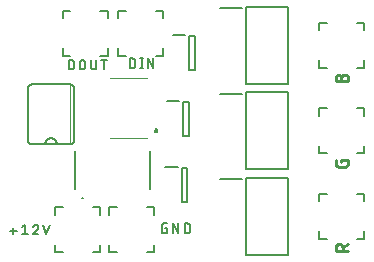
<source format=gbr>
G04 EAGLE Gerber RS-274X export*
G75*
%MOMM*%
%FSLAX34Y34*%
%LPD*%
%INSilkscreen Top*%
%IPPOS*%
%AMOC8*
5,1,8,0,0,1.08239X$1,22.5*%
G01*
%ADD10C,0.254000*%
%ADD11C,0.203200*%
%ADD12C,0.152400*%
%ADD13C,0.050800*%
%ADD14C,0.100000*%
%ADD15C,0.200000*%
%ADD16C,0.200000*%


D10*
X393700Y-1270D02*
X383540Y-1270D01*
X383540Y1552D01*
X383542Y1658D01*
X383548Y1763D01*
X383558Y1868D01*
X383572Y1973D01*
X383589Y2077D01*
X383611Y2180D01*
X383636Y2282D01*
X383665Y2384D01*
X383698Y2484D01*
X383735Y2583D01*
X383775Y2680D01*
X383819Y2776D01*
X383867Y2871D01*
X383918Y2963D01*
X383973Y3053D01*
X384030Y3142D01*
X384091Y3228D01*
X384156Y3311D01*
X384223Y3393D01*
X384293Y3471D01*
X384367Y3547D01*
X384443Y3621D01*
X384521Y3691D01*
X384603Y3758D01*
X384686Y3823D01*
X384772Y3884D01*
X384861Y3941D01*
X384951Y3996D01*
X385043Y4047D01*
X385138Y4095D01*
X385234Y4139D01*
X385331Y4179D01*
X385430Y4216D01*
X385530Y4249D01*
X385632Y4278D01*
X385734Y4303D01*
X385837Y4325D01*
X385941Y4342D01*
X386046Y4356D01*
X386151Y4366D01*
X386256Y4372D01*
X386362Y4374D01*
X386468Y4372D01*
X386573Y4366D01*
X386678Y4356D01*
X386783Y4342D01*
X386887Y4325D01*
X386990Y4303D01*
X387092Y4278D01*
X387194Y4249D01*
X387294Y4216D01*
X387393Y4179D01*
X387490Y4139D01*
X387586Y4095D01*
X387681Y4047D01*
X387773Y3996D01*
X387863Y3941D01*
X387952Y3884D01*
X388038Y3823D01*
X388121Y3758D01*
X388203Y3691D01*
X388281Y3621D01*
X388357Y3547D01*
X388431Y3471D01*
X388501Y3393D01*
X388568Y3311D01*
X388633Y3228D01*
X388694Y3142D01*
X388751Y3053D01*
X388806Y2963D01*
X388857Y2871D01*
X388905Y2776D01*
X388949Y2680D01*
X388989Y2583D01*
X389026Y2484D01*
X389059Y2384D01*
X389088Y2282D01*
X389113Y2180D01*
X389135Y2077D01*
X389152Y1973D01*
X389166Y1868D01*
X389176Y1763D01*
X389182Y1658D01*
X389184Y1552D01*
X389184Y-1270D01*
X389184Y2117D02*
X393700Y4374D01*
X388056Y73801D02*
X388056Y75494D01*
X393700Y75494D01*
X393700Y72108D01*
X393698Y72015D01*
X393692Y71922D01*
X393683Y71829D01*
X393669Y71736D01*
X393652Y71645D01*
X393631Y71554D01*
X393606Y71464D01*
X393578Y71375D01*
X393546Y71287D01*
X393510Y71201D01*
X393471Y71116D01*
X393428Y71033D01*
X393382Y70952D01*
X393332Y70873D01*
X393280Y70796D01*
X393224Y70721D01*
X393165Y70649D01*
X393103Y70579D01*
X393039Y70511D01*
X392971Y70447D01*
X392901Y70385D01*
X392829Y70326D01*
X392754Y70270D01*
X392677Y70218D01*
X392598Y70168D01*
X392517Y70122D01*
X392434Y70079D01*
X392349Y70040D01*
X392263Y70004D01*
X392175Y69972D01*
X392086Y69944D01*
X391996Y69919D01*
X391905Y69898D01*
X391814Y69881D01*
X391721Y69867D01*
X391628Y69858D01*
X391535Y69852D01*
X391442Y69850D01*
X385798Y69850D01*
X385705Y69852D01*
X385612Y69858D01*
X385519Y69867D01*
X385426Y69881D01*
X385335Y69898D01*
X385244Y69919D01*
X385154Y69944D01*
X385065Y69972D01*
X384977Y70004D01*
X384891Y70040D01*
X384806Y70079D01*
X384723Y70122D01*
X384642Y70168D01*
X384563Y70218D01*
X384486Y70270D01*
X384411Y70326D01*
X384339Y70385D01*
X384269Y70447D01*
X384201Y70511D01*
X384137Y70579D01*
X384075Y70649D01*
X384016Y70721D01*
X383960Y70796D01*
X383908Y70873D01*
X383858Y70952D01*
X383812Y71033D01*
X383769Y71116D01*
X383730Y71201D01*
X383694Y71287D01*
X383662Y71375D01*
X383634Y71464D01*
X383609Y71554D01*
X383588Y71645D01*
X383571Y71736D01*
X383557Y71829D01*
X383548Y71921D01*
X383542Y72015D01*
X383540Y72108D01*
X383540Y75494D01*
X388056Y142240D02*
X388056Y145062D01*
X388058Y145168D01*
X388064Y145273D01*
X388074Y145378D01*
X388088Y145483D01*
X388105Y145587D01*
X388127Y145690D01*
X388152Y145792D01*
X388181Y145894D01*
X388214Y145994D01*
X388251Y146093D01*
X388291Y146190D01*
X388335Y146286D01*
X388383Y146381D01*
X388434Y146473D01*
X388489Y146563D01*
X388546Y146652D01*
X388607Y146738D01*
X388672Y146821D01*
X388739Y146903D01*
X388809Y146981D01*
X388883Y147057D01*
X388959Y147131D01*
X389037Y147201D01*
X389119Y147268D01*
X389202Y147333D01*
X389288Y147394D01*
X389377Y147451D01*
X389467Y147506D01*
X389559Y147557D01*
X389654Y147605D01*
X389750Y147649D01*
X389847Y147689D01*
X389946Y147726D01*
X390046Y147759D01*
X390148Y147788D01*
X390250Y147813D01*
X390353Y147835D01*
X390457Y147852D01*
X390562Y147866D01*
X390667Y147876D01*
X390772Y147882D01*
X390878Y147884D01*
X390984Y147882D01*
X391089Y147876D01*
X391194Y147866D01*
X391299Y147852D01*
X391403Y147835D01*
X391506Y147813D01*
X391608Y147788D01*
X391710Y147759D01*
X391810Y147726D01*
X391909Y147689D01*
X392006Y147649D01*
X392102Y147605D01*
X392197Y147557D01*
X392289Y147506D01*
X392379Y147451D01*
X392468Y147394D01*
X392554Y147333D01*
X392637Y147268D01*
X392719Y147201D01*
X392797Y147131D01*
X392873Y147057D01*
X392947Y146981D01*
X393017Y146903D01*
X393084Y146821D01*
X393149Y146738D01*
X393210Y146652D01*
X393267Y146563D01*
X393322Y146473D01*
X393373Y146381D01*
X393421Y146286D01*
X393465Y146190D01*
X393505Y146093D01*
X393542Y145994D01*
X393575Y145894D01*
X393604Y145792D01*
X393629Y145690D01*
X393651Y145587D01*
X393668Y145483D01*
X393682Y145378D01*
X393692Y145273D01*
X393698Y145168D01*
X393700Y145062D01*
X393700Y142240D01*
X383540Y142240D01*
X383540Y145062D01*
X383542Y145155D01*
X383548Y145248D01*
X383557Y145341D01*
X383571Y145434D01*
X383588Y145525D01*
X383609Y145616D01*
X383634Y145706D01*
X383662Y145795D01*
X383694Y145883D01*
X383730Y145969D01*
X383769Y146054D01*
X383812Y146137D01*
X383858Y146218D01*
X383908Y146297D01*
X383960Y146374D01*
X384016Y146449D01*
X384075Y146521D01*
X384137Y146591D01*
X384201Y146659D01*
X384269Y146723D01*
X384339Y146785D01*
X384411Y146844D01*
X384486Y146900D01*
X384563Y146952D01*
X384642Y147002D01*
X384723Y147048D01*
X384806Y147091D01*
X384891Y147130D01*
X384977Y147166D01*
X385065Y147198D01*
X385154Y147226D01*
X385244Y147251D01*
X385335Y147272D01*
X385426Y147289D01*
X385519Y147303D01*
X385612Y147312D01*
X385705Y147318D01*
X385798Y147320D01*
X385891Y147318D01*
X385984Y147312D01*
X386077Y147303D01*
X386170Y147289D01*
X386261Y147272D01*
X386352Y147251D01*
X386442Y147226D01*
X386531Y147198D01*
X386619Y147166D01*
X386705Y147130D01*
X386790Y147091D01*
X386873Y147048D01*
X386954Y147002D01*
X387033Y146952D01*
X387110Y146900D01*
X387185Y146844D01*
X387257Y146785D01*
X387327Y146723D01*
X387395Y146659D01*
X387459Y146591D01*
X387521Y146521D01*
X387580Y146449D01*
X387636Y146374D01*
X387688Y146297D01*
X387738Y146218D01*
X387784Y146137D01*
X387827Y146054D01*
X387866Y145969D01*
X387902Y145883D01*
X387934Y145795D01*
X387962Y145706D01*
X387987Y145616D01*
X388008Y145525D01*
X388025Y145434D01*
X388039Y145341D01*
X388048Y145248D01*
X388054Y145155D01*
X388056Y145062D01*
D11*
X240482Y18232D02*
X239127Y18232D01*
X240482Y18232D02*
X240482Y13716D01*
X237772Y13716D01*
X237689Y13718D01*
X237605Y13724D01*
X237522Y13733D01*
X237440Y13747D01*
X237359Y13764D01*
X237278Y13785D01*
X237198Y13810D01*
X237120Y13838D01*
X237043Y13870D01*
X236967Y13905D01*
X236893Y13944D01*
X236821Y13987D01*
X236751Y14032D01*
X236684Y14081D01*
X236618Y14133D01*
X236555Y14187D01*
X236495Y14245D01*
X236437Y14305D01*
X236383Y14368D01*
X236331Y14434D01*
X236282Y14501D01*
X236237Y14571D01*
X236194Y14643D01*
X236155Y14717D01*
X236120Y14793D01*
X236088Y14870D01*
X236060Y14948D01*
X236035Y15028D01*
X236014Y15109D01*
X235997Y15190D01*
X235983Y15272D01*
X235974Y15355D01*
X235968Y15439D01*
X235966Y15522D01*
X235966Y20038D01*
X235968Y20121D01*
X235974Y20205D01*
X235983Y20288D01*
X235997Y20370D01*
X236014Y20451D01*
X236035Y20532D01*
X236060Y20612D01*
X236088Y20690D01*
X236120Y20767D01*
X236155Y20843D01*
X236194Y20917D01*
X236237Y20989D01*
X236282Y21059D01*
X236331Y21126D01*
X236383Y21192D01*
X236437Y21255D01*
X236495Y21315D01*
X236555Y21373D01*
X236618Y21427D01*
X236684Y21479D01*
X236751Y21528D01*
X236821Y21573D01*
X236893Y21616D01*
X236967Y21655D01*
X237042Y21690D01*
X237120Y21722D01*
X237198Y21750D01*
X237278Y21775D01*
X237358Y21796D01*
X237440Y21813D01*
X237522Y21827D01*
X237605Y21836D01*
X237689Y21842D01*
X237772Y21844D01*
X240482Y21844D01*
X245720Y21844D02*
X245720Y13716D01*
X250235Y13716D02*
X245720Y21844D01*
X250235Y21844D02*
X250235Y13716D01*
X255473Y13716D02*
X255473Y21844D01*
X257731Y21844D01*
X257824Y21842D01*
X257917Y21836D01*
X258010Y21827D01*
X258103Y21813D01*
X258194Y21796D01*
X258285Y21775D01*
X258375Y21750D01*
X258464Y21722D01*
X258552Y21690D01*
X258638Y21654D01*
X258723Y21615D01*
X258806Y21572D01*
X258887Y21526D01*
X258966Y21476D01*
X259043Y21424D01*
X259118Y21368D01*
X259190Y21309D01*
X259260Y21247D01*
X259328Y21183D01*
X259392Y21115D01*
X259454Y21045D01*
X259513Y20973D01*
X259569Y20898D01*
X259621Y20821D01*
X259671Y20742D01*
X259717Y20661D01*
X259760Y20578D01*
X259799Y20493D01*
X259835Y20407D01*
X259867Y20319D01*
X259895Y20230D01*
X259920Y20140D01*
X259941Y20049D01*
X259958Y19958D01*
X259972Y19865D01*
X259981Y19772D01*
X259987Y19679D01*
X259989Y19586D01*
X259989Y15974D01*
X259987Y15881D01*
X259981Y15788D01*
X259972Y15695D01*
X259958Y15602D01*
X259941Y15511D01*
X259920Y15420D01*
X259895Y15330D01*
X259867Y15241D01*
X259835Y15153D01*
X259799Y15067D01*
X259760Y14982D01*
X259717Y14899D01*
X259671Y14818D01*
X259621Y14739D01*
X259569Y14662D01*
X259513Y14587D01*
X259454Y14515D01*
X259392Y14445D01*
X259328Y14377D01*
X259260Y14313D01*
X259190Y14251D01*
X259118Y14192D01*
X259043Y14136D01*
X258966Y14084D01*
X258887Y14034D01*
X258806Y13988D01*
X258723Y13945D01*
X258638Y13906D01*
X258552Y13870D01*
X258464Y13838D01*
X258375Y13810D01*
X258285Y13785D01*
X258194Y13764D01*
X258103Y13747D01*
X258010Y13733D01*
X257917Y13724D01*
X257824Y13718D01*
X257731Y13716D01*
X255473Y13716D01*
X113115Y15607D02*
X107696Y15607D01*
X110405Y12898D02*
X110405Y18316D01*
X117901Y18768D02*
X120159Y20574D01*
X120159Y12446D01*
X117901Y12446D02*
X122417Y12446D01*
X129529Y20574D02*
X129618Y20572D01*
X129706Y20566D01*
X129794Y20557D01*
X129882Y20543D01*
X129969Y20526D01*
X130055Y20505D01*
X130140Y20480D01*
X130224Y20451D01*
X130307Y20419D01*
X130388Y20384D01*
X130467Y20344D01*
X130545Y20302D01*
X130621Y20256D01*
X130695Y20207D01*
X130766Y20154D01*
X130835Y20099D01*
X130902Y20040D01*
X130966Y19979D01*
X131027Y19915D01*
X131086Y19848D01*
X131141Y19779D01*
X131194Y19708D01*
X131243Y19634D01*
X131289Y19558D01*
X131331Y19480D01*
X131371Y19401D01*
X131406Y19320D01*
X131438Y19237D01*
X131467Y19153D01*
X131492Y19068D01*
X131513Y18982D01*
X131530Y18895D01*
X131544Y18807D01*
X131553Y18719D01*
X131559Y18631D01*
X131561Y18542D01*
X129529Y20574D02*
X129430Y20572D01*
X129330Y20566D01*
X129231Y20557D01*
X129133Y20544D01*
X129034Y20527D01*
X128937Y20506D01*
X128841Y20482D01*
X128745Y20454D01*
X128651Y20422D01*
X128558Y20387D01*
X128466Y20348D01*
X128376Y20306D01*
X128288Y20260D01*
X128201Y20211D01*
X128116Y20159D01*
X128034Y20103D01*
X127953Y20045D01*
X127875Y19983D01*
X127799Y19919D01*
X127726Y19852D01*
X127655Y19782D01*
X127588Y19709D01*
X127522Y19634D01*
X127460Y19556D01*
X127401Y19476D01*
X127345Y19394D01*
X127292Y19310D01*
X127242Y19223D01*
X127196Y19135D01*
X127153Y19046D01*
X127113Y18954D01*
X127077Y18861D01*
X127045Y18767D01*
X130884Y16961D02*
X130950Y17027D01*
X131013Y17095D01*
X131073Y17166D01*
X131130Y17240D01*
X131184Y17315D01*
X131234Y17393D01*
X131282Y17474D01*
X131325Y17556D01*
X131366Y17640D01*
X131402Y17725D01*
X131435Y17812D01*
X131465Y17900D01*
X131490Y17990D01*
X131512Y18080D01*
X131529Y18172D01*
X131543Y18264D01*
X131553Y18356D01*
X131559Y18449D01*
X131561Y18542D01*
X130883Y16962D02*
X127045Y12446D01*
X131561Y12446D01*
X138447Y12446D02*
X135738Y20574D01*
X141156Y20574D02*
X138447Y12446D01*
X157226Y152146D02*
X157226Y160274D01*
X159484Y160274D01*
X159577Y160272D01*
X159670Y160266D01*
X159763Y160257D01*
X159856Y160243D01*
X159947Y160226D01*
X160038Y160205D01*
X160128Y160180D01*
X160217Y160152D01*
X160305Y160120D01*
X160391Y160084D01*
X160476Y160045D01*
X160559Y160002D01*
X160640Y159956D01*
X160719Y159906D01*
X160796Y159854D01*
X160871Y159798D01*
X160943Y159739D01*
X161013Y159677D01*
X161081Y159613D01*
X161145Y159545D01*
X161207Y159475D01*
X161266Y159403D01*
X161322Y159328D01*
X161374Y159251D01*
X161424Y159172D01*
X161470Y159091D01*
X161513Y159008D01*
X161552Y158923D01*
X161588Y158837D01*
X161620Y158749D01*
X161648Y158660D01*
X161673Y158570D01*
X161694Y158479D01*
X161711Y158388D01*
X161725Y158295D01*
X161734Y158202D01*
X161740Y158109D01*
X161742Y158016D01*
X161742Y154404D01*
X161740Y154311D01*
X161734Y154218D01*
X161725Y154125D01*
X161711Y154032D01*
X161694Y153941D01*
X161673Y153850D01*
X161648Y153760D01*
X161620Y153671D01*
X161588Y153583D01*
X161552Y153497D01*
X161513Y153412D01*
X161470Y153329D01*
X161424Y153248D01*
X161374Y153169D01*
X161322Y153092D01*
X161266Y153017D01*
X161207Y152945D01*
X161145Y152875D01*
X161081Y152807D01*
X161013Y152743D01*
X160943Y152681D01*
X160871Y152622D01*
X160796Y152566D01*
X160719Y152514D01*
X160640Y152464D01*
X160559Y152418D01*
X160476Y152375D01*
X160391Y152336D01*
X160305Y152300D01*
X160217Y152268D01*
X160128Y152240D01*
X160038Y152215D01*
X159947Y152194D01*
X159856Y152177D01*
X159763Y152163D01*
X159670Y152154D01*
X159577Y152148D01*
X159484Y152146D01*
X157226Y152146D01*
X166675Y154404D02*
X166675Y158016D01*
X166677Y158109D01*
X166683Y158202D01*
X166692Y158295D01*
X166706Y158388D01*
X166723Y158479D01*
X166744Y158570D01*
X166769Y158660D01*
X166797Y158749D01*
X166829Y158837D01*
X166865Y158923D01*
X166904Y159008D01*
X166947Y159091D01*
X166993Y159172D01*
X167043Y159251D01*
X167095Y159328D01*
X167151Y159403D01*
X167210Y159475D01*
X167272Y159545D01*
X167336Y159613D01*
X167404Y159677D01*
X167474Y159739D01*
X167546Y159798D01*
X167621Y159854D01*
X167698Y159906D01*
X167777Y159956D01*
X167858Y160002D01*
X167941Y160045D01*
X168026Y160084D01*
X168112Y160120D01*
X168200Y160152D01*
X168289Y160180D01*
X168379Y160205D01*
X168470Y160226D01*
X168561Y160243D01*
X168654Y160257D01*
X168747Y160266D01*
X168840Y160272D01*
X168933Y160274D01*
X169026Y160272D01*
X169119Y160266D01*
X169212Y160257D01*
X169305Y160243D01*
X169396Y160226D01*
X169487Y160205D01*
X169577Y160180D01*
X169666Y160152D01*
X169754Y160120D01*
X169840Y160084D01*
X169925Y160045D01*
X170008Y160002D01*
X170089Y159956D01*
X170168Y159906D01*
X170245Y159854D01*
X170320Y159798D01*
X170392Y159739D01*
X170462Y159677D01*
X170530Y159613D01*
X170594Y159545D01*
X170656Y159475D01*
X170715Y159403D01*
X170771Y159328D01*
X170823Y159251D01*
X170873Y159172D01*
X170919Y159091D01*
X170962Y159008D01*
X171001Y158923D01*
X171037Y158837D01*
X171069Y158749D01*
X171097Y158660D01*
X171122Y158570D01*
X171143Y158479D01*
X171160Y158388D01*
X171174Y158295D01*
X171183Y158202D01*
X171189Y158109D01*
X171191Y158016D01*
X171190Y158016D02*
X171190Y154404D01*
X171191Y154404D02*
X171189Y154311D01*
X171183Y154218D01*
X171174Y154125D01*
X171160Y154032D01*
X171143Y153941D01*
X171122Y153850D01*
X171097Y153760D01*
X171069Y153671D01*
X171037Y153583D01*
X171001Y153497D01*
X170962Y153412D01*
X170919Y153329D01*
X170873Y153248D01*
X170823Y153169D01*
X170771Y153092D01*
X170715Y153017D01*
X170656Y152945D01*
X170594Y152875D01*
X170530Y152807D01*
X170462Y152743D01*
X170392Y152681D01*
X170320Y152622D01*
X170245Y152566D01*
X170168Y152514D01*
X170089Y152464D01*
X170008Y152418D01*
X169925Y152375D01*
X169840Y152336D01*
X169754Y152300D01*
X169666Y152268D01*
X169577Y152240D01*
X169487Y152215D01*
X169396Y152194D01*
X169305Y152177D01*
X169212Y152163D01*
X169119Y152154D01*
X169026Y152148D01*
X168933Y152146D01*
X168840Y152148D01*
X168747Y152154D01*
X168654Y152163D01*
X168561Y152177D01*
X168470Y152194D01*
X168379Y152215D01*
X168289Y152240D01*
X168200Y152268D01*
X168112Y152300D01*
X168026Y152336D01*
X167941Y152375D01*
X167858Y152418D01*
X167777Y152464D01*
X167698Y152514D01*
X167621Y152566D01*
X167546Y152622D01*
X167474Y152681D01*
X167404Y152743D01*
X167336Y152807D01*
X167272Y152875D01*
X167210Y152945D01*
X167151Y153017D01*
X167095Y153092D01*
X167043Y153169D01*
X166993Y153248D01*
X166947Y153329D01*
X166904Y153412D01*
X166865Y153497D01*
X166829Y153583D01*
X166797Y153671D01*
X166769Y153760D01*
X166744Y153850D01*
X166723Y153941D01*
X166706Y154032D01*
X166692Y154125D01*
X166683Y154218D01*
X166677Y154311D01*
X166675Y154404D01*
X176124Y154404D02*
X176124Y160274D01*
X176123Y154404D02*
X176125Y154311D01*
X176131Y154218D01*
X176140Y154125D01*
X176154Y154032D01*
X176171Y153941D01*
X176192Y153850D01*
X176217Y153760D01*
X176245Y153671D01*
X176277Y153583D01*
X176313Y153497D01*
X176352Y153412D01*
X176395Y153329D01*
X176441Y153248D01*
X176491Y153169D01*
X176543Y153092D01*
X176599Y153017D01*
X176658Y152945D01*
X176720Y152875D01*
X176784Y152807D01*
X176852Y152743D01*
X176922Y152681D01*
X176994Y152622D01*
X177069Y152566D01*
X177146Y152514D01*
X177225Y152464D01*
X177306Y152418D01*
X177389Y152375D01*
X177474Y152336D01*
X177560Y152300D01*
X177648Y152268D01*
X177737Y152240D01*
X177827Y152215D01*
X177918Y152194D01*
X178009Y152177D01*
X178102Y152163D01*
X178195Y152154D01*
X178288Y152148D01*
X178381Y152146D01*
X178474Y152148D01*
X178567Y152154D01*
X178660Y152163D01*
X178753Y152177D01*
X178844Y152194D01*
X178935Y152215D01*
X179025Y152240D01*
X179114Y152268D01*
X179202Y152300D01*
X179288Y152336D01*
X179373Y152375D01*
X179456Y152418D01*
X179537Y152464D01*
X179616Y152514D01*
X179693Y152566D01*
X179768Y152622D01*
X179840Y152681D01*
X179910Y152743D01*
X179978Y152807D01*
X180042Y152875D01*
X180104Y152945D01*
X180163Y153017D01*
X180219Y153092D01*
X180271Y153169D01*
X180321Y153248D01*
X180367Y153329D01*
X180410Y153412D01*
X180449Y153497D01*
X180485Y153583D01*
X180517Y153671D01*
X180545Y153760D01*
X180570Y153850D01*
X180591Y153941D01*
X180608Y154032D01*
X180622Y154125D01*
X180631Y154218D01*
X180637Y154311D01*
X180639Y154404D01*
X180639Y160274D01*
X187221Y160274D02*
X187221Y152146D01*
X184963Y160274D02*
X189478Y160274D01*
X209099Y161544D02*
X209099Y153416D01*
X209099Y161544D02*
X211356Y161544D01*
X211449Y161542D01*
X211542Y161536D01*
X211635Y161527D01*
X211728Y161513D01*
X211819Y161496D01*
X211910Y161475D01*
X212000Y161450D01*
X212089Y161422D01*
X212177Y161390D01*
X212263Y161354D01*
X212348Y161315D01*
X212431Y161272D01*
X212512Y161226D01*
X212591Y161176D01*
X212668Y161124D01*
X212743Y161068D01*
X212815Y161009D01*
X212885Y160947D01*
X212953Y160883D01*
X213017Y160815D01*
X213079Y160745D01*
X213138Y160673D01*
X213194Y160598D01*
X213246Y160521D01*
X213296Y160442D01*
X213342Y160361D01*
X213385Y160278D01*
X213424Y160193D01*
X213460Y160107D01*
X213492Y160019D01*
X213520Y159930D01*
X213545Y159840D01*
X213566Y159749D01*
X213583Y159658D01*
X213597Y159565D01*
X213606Y159472D01*
X213612Y159379D01*
X213614Y159286D01*
X213614Y155674D01*
X213612Y155581D01*
X213606Y155488D01*
X213597Y155395D01*
X213583Y155302D01*
X213566Y155211D01*
X213545Y155120D01*
X213520Y155030D01*
X213492Y154941D01*
X213460Y154853D01*
X213424Y154767D01*
X213385Y154682D01*
X213342Y154599D01*
X213296Y154518D01*
X213246Y154439D01*
X213194Y154362D01*
X213138Y154287D01*
X213079Y154215D01*
X213017Y154145D01*
X212953Y154077D01*
X212885Y154013D01*
X212815Y153951D01*
X212743Y153892D01*
X212668Y153836D01*
X212591Y153784D01*
X212512Y153734D01*
X212431Y153688D01*
X212348Y153645D01*
X212263Y153606D01*
X212177Y153570D01*
X212089Y153538D01*
X212000Y153510D01*
X211910Y153485D01*
X211819Y153464D01*
X211728Y153447D01*
X211635Y153433D01*
X211542Y153424D01*
X211449Y153418D01*
X211356Y153416D01*
X209099Y153416D01*
X218976Y153416D02*
X218976Y161544D01*
X218073Y153416D02*
X219879Y153416D01*
X219879Y161544D02*
X218073Y161544D01*
X224338Y161544D02*
X224338Y153416D01*
X228854Y153416D02*
X224338Y161544D01*
X228854Y161544D02*
X228854Y153416D01*
D12*
X122682Y135890D02*
X122682Y92710D01*
X161798Y135890D02*
X161796Y136012D01*
X161790Y136134D01*
X161780Y136256D01*
X161767Y136377D01*
X161749Y136498D01*
X161728Y136618D01*
X161702Y136738D01*
X161673Y136856D01*
X161641Y136974D01*
X161604Y137091D01*
X161564Y137206D01*
X161520Y137320D01*
X161472Y137432D01*
X161421Y137543D01*
X161366Y137652D01*
X161308Y137760D01*
X161246Y137865D01*
X161181Y137968D01*
X161113Y138070D01*
X161041Y138169D01*
X160967Y138265D01*
X160889Y138360D01*
X160808Y138451D01*
X160725Y138541D01*
X160639Y138627D01*
X160549Y138710D01*
X160458Y138791D01*
X160363Y138869D01*
X160267Y138943D01*
X160168Y139015D01*
X160066Y139083D01*
X159963Y139148D01*
X159858Y139210D01*
X159750Y139268D01*
X159641Y139323D01*
X159530Y139374D01*
X159418Y139422D01*
X159304Y139466D01*
X159189Y139506D01*
X159072Y139543D01*
X158954Y139575D01*
X158836Y139604D01*
X158716Y139630D01*
X158596Y139651D01*
X158475Y139669D01*
X158354Y139682D01*
X158232Y139692D01*
X158110Y139698D01*
X157988Y139700D01*
X122682Y92710D02*
X122684Y92588D01*
X122690Y92466D01*
X122700Y92344D01*
X122713Y92223D01*
X122731Y92102D01*
X122752Y91982D01*
X122778Y91862D01*
X122807Y91744D01*
X122839Y91626D01*
X122876Y91509D01*
X122916Y91394D01*
X122960Y91280D01*
X123008Y91168D01*
X123059Y91057D01*
X123114Y90948D01*
X123172Y90840D01*
X123234Y90735D01*
X123299Y90632D01*
X123367Y90530D01*
X123439Y90431D01*
X123513Y90335D01*
X123591Y90240D01*
X123672Y90149D01*
X123755Y90059D01*
X123841Y89973D01*
X123931Y89890D01*
X124022Y89809D01*
X124117Y89731D01*
X124213Y89657D01*
X124312Y89585D01*
X124414Y89517D01*
X124517Y89452D01*
X124622Y89390D01*
X124730Y89332D01*
X124839Y89277D01*
X124950Y89226D01*
X125062Y89178D01*
X125176Y89134D01*
X125291Y89094D01*
X125408Y89057D01*
X125526Y89025D01*
X125644Y88996D01*
X125764Y88970D01*
X125884Y88949D01*
X126005Y88931D01*
X126126Y88918D01*
X126248Y88908D01*
X126370Y88902D01*
X126492Y88900D01*
X122682Y135890D02*
X122684Y136012D01*
X122690Y136134D01*
X122700Y136256D01*
X122713Y136377D01*
X122731Y136498D01*
X122752Y136618D01*
X122778Y136738D01*
X122807Y136856D01*
X122839Y136974D01*
X122876Y137091D01*
X122916Y137206D01*
X122960Y137320D01*
X123008Y137432D01*
X123059Y137543D01*
X123114Y137652D01*
X123172Y137760D01*
X123234Y137865D01*
X123299Y137968D01*
X123367Y138070D01*
X123439Y138169D01*
X123513Y138265D01*
X123591Y138360D01*
X123672Y138451D01*
X123755Y138541D01*
X123841Y138627D01*
X123931Y138710D01*
X124022Y138791D01*
X124117Y138869D01*
X124213Y138943D01*
X124312Y139015D01*
X124414Y139083D01*
X124517Y139148D01*
X124622Y139210D01*
X124730Y139268D01*
X124839Y139323D01*
X124950Y139374D01*
X125062Y139422D01*
X125176Y139466D01*
X125291Y139506D01*
X125408Y139543D01*
X125526Y139575D01*
X125644Y139604D01*
X125764Y139630D01*
X125884Y139651D01*
X126005Y139669D01*
X126126Y139682D01*
X126248Y139692D01*
X126370Y139698D01*
X126492Y139700D01*
X161798Y92710D02*
X161796Y92588D01*
X161790Y92466D01*
X161780Y92344D01*
X161767Y92223D01*
X161749Y92102D01*
X161728Y91982D01*
X161702Y91862D01*
X161673Y91744D01*
X161641Y91626D01*
X161604Y91509D01*
X161564Y91394D01*
X161520Y91280D01*
X161472Y91168D01*
X161421Y91057D01*
X161366Y90948D01*
X161308Y90840D01*
X161246Y90735D01*
X161181Y90632D01*
X161113Y90530D01*
X161041Y90431D01*
X160967Y90335D01*
X160889Y90240D01*
X160808Y90149D01*
X160725Y90059D01*
X160639Y89973D01*
X160549Y89890D01*
X160458Y89809D01*
X160363Y89731D01*
X160267Y89657D01*
X160168Y89585D01*
X160066Y89517D01*
X159963Y89452D01*
X159858Y89390D01*
X159750Y89332D01*
X159641Y89277D01*
X159530Y89226D01*
X159418Y89178D01*
X159304Y89134D01*
X159189Y89094D01*
X159072Y89057D01*
X158954Y89025D01*
X158836Y88996D01*
X158716Y88970D01*
X158596Y88949D01*
X158475Y88931D01*
X158354Y88918D01*
X158232Y88908D01*
X158110Y88902D01*
X157988Y88900D01*
X161798Y92710D02*
X161798Y135890D01*
X157988Y139700D02*
X126492Y139700D01*
X126492Y88900D02*
X157988Y88900D01*
X147320Y88900D02*
X147318Y89041D01*
X147312Y89182D01*
X147302Y89323D01*
X147289Y89464D01*
X147271Y89604D01*
X147249Y89743D01*
X147224Y89882D01*
X147195Y90021D01*
X147162Y90158D01*
X147125Y90294D01*
X147084Y90429D01*
X147040Y90564D01*
X146992Y90696D01*
X146940Y90828D01*
X146885Y90958D01*
X146826Y91086D01*
X146763Y91213D01*
X146697Y91337D01*
X146628Y91460D01*
X146555Y91581D01*
X146479Y91700D01*
X146399Y91817D01*
X146316Y91931D01*
X146231Y92044D01*
X146142Y92153D01*
X146050Y92261D01*
X145955Y92365D01*
X145857Y92467D01*
X145756Y92566D01*
X145653Y92663D01*
X145547Y92756D01*
X145439Y92846D01*
X145328Y92934D01*
X145215Y93018D01*
X145099Y93099D01*
X144981Y93177D01*
X144861Y93252D01*
X144739Y93323D01*
X144615Y93391D01*
X144489Y93455D01*
X144362Y93516D01*
X144233Y93573D01*
X144102Y93626D01*
X143970Y93676D01*
X143837Y93723D01*
X143702Y93765D01*
X143566Y93804D01*
X143429Y93839D01*
X143292Y93870D01*
X143153Y93897D01*
X143014Y93921D01*
X142874Y93940D01*
X142734Y93956D01*
X142593Y93968D01*
X142452Y93976D01*
X142311Y93980D01*
X142169Y93980D01*
X142028Y93976D01*
X141887Y93968D01*
X141746Y93956D01*
X141606Y93940D01*
X141466Y93921D01*
X141327Y93897D01*
X141188Y93870D01*
X141051Y93839D01*
X140914Y93804D01*
X140778Y93765D01*
X140643Y93723D01*
X140510Y93676D01*
X140378Y93626D01*
X140247Y93573D01*
X140118Y93516D01*
X139991Y93455D01*
X139865Y93391D01*
X139741Y93323D01*
X139619Y93252D01*
X139499Y93177D01*
X139381Y93099D01*
X139265Y93018D01*
X139152Y92934D01*
X139041Y92846D01*
X138933Y92756D01*
X138827Y92663D01*
X138724Y92566D01*
X138623Y92467D01*
X138525Y92365D01*
X138430Y92261D01*
X138338Y92153D01*
X138249Y92044D01*
X138164Y91931D01*
X138081Y91817D01*
X138001Y91700D01*
X137925Y91581D01*
X137852Y91460D01*
X137783Y91337D01*
X137717Y91213D01*
X137654Y91086D01*
X137595Y90958D01*
X137540Y90828D01*
X137488Y90696D01*
X137440Y90564D01*
X137396Y90429D01*
X137355Y90294D01*
X137318Y90158D01*
X137285Y90021D01*
X137256Y89882D01*
X137231Y89743D01*
X137209Y89604D01*
X137191Y89464D01*
X137178Y89323D01*
X137168Y89182D01*
X137162Y89041D01*
X137160Y88900D01*
D13*
X158242Y88900D02*
X158242Y139700D01*
D12*
X407670Y15240D02*
X407670Y8890D01*
X401320Y8890D01*
X375920Y8890D02*
X369570Y8890D01*
X369570Y15240D01*
X369570Y40640D02*
X369570Y46990D01*
X375920Y46990D01*
X401320Y46990D02*
X407670Y46990D01*
X407670Y40640D01*
X407670Y81280D02*
X407670Y87630D01*
X407670Y81280D02*
X401320Y81280D01*
X375920Y81280D02*
X369570Y81280D01*
X369570Y87630D01*
X369570Y113030D02*
X369570Y119380D01*
X375920Y119380D01*
X401320Y119380D02*
X407670Y119380D01*
X407670Y113030D01*
X407670Y153670D02*
X407670Y160020D01*
X407670Y153670D02*
X401320Y153670D01*
X375920Y153670D02*
X369570Y153670D01*
X369570Y160020D01*
X369570Y185420D02*
X369570Y191770D01*
X375920Y191770D01*
X401320Y191770D02*
X407670Y191770D01*
X407670Y185420D01*
D14*
X223530Y93980D02*
X192280Y93980D01*
X192280Y144780D02*
X223530Y144780D01*
D15*
X231280Y99380D03*
D16*
X231218Y99382D01*
X231157Y99388D01*
X231096Y99397D01*
X231036Y99410D01*
X230977Y99427D01*
X230919Y99448D01*
X230862Y99472D01*
X230807Y99499D01*
X230754Y99530D01*
X230702Y99564D01*
X230653Y99601D01*
X230606Y99641D01*
X230562Y99684D01*
X230521Y99729D01*
X230482Y99777D01*
X230446Y99828D01*
X230414Y99880D01*
X230385Y99934D01*
X230359Y99990D01*
X230337Y100048D01*
X230318Y100106D01*
X230303Y100166D01*
X230292Y100227D01*
X230284Y100288D01*
X230280Y100349D01*
X230280Y100411D01*
X230284Y100472D01*
X230292Y100533D01*
X230303Y100594D01*
X230318Y100654D01*
X230337Y100712D01*
X230359Y100770D01*
X230385Y100826D01*
X230414Y100880D01*
X230446Y100932D01*
X230482Y100983D01*
X230521Y101031D01*
X230562Y101076D01*
X230606Y101119D01*
X230653Y101159D01*
X230702Y101196D01*
X230754Y101230D01*
X230807Y101261D01*
X230862Y101288D01*
X230919Y101312D01*
X230977Y101333D01*
X231036Y101350D01*
X231096Y101363D01*
X231157Y101372D01*
X231218Y101378D01*
X231280Y101380D01*
D15*
X231280Y101380D03*
D16*
X231342Y101378D01*
X231403Y101372D01*
X231464Y101363D01*
X231524Y101350D01*
X231583Y101333D01*
X231641Y101312D01*
X231698Y101288D01*
X231753Y101261D01*
X231806Y101230D01*
X231858Y101196D01*
X231907Y101159D01*
X231954Y101119D01*
X231998Y101076D01*
X232039Y101031D01*
X232078Y100983D01*
X232114Y100932D01*
X232146Y100880D01*
X232175Y100826D01*
X232201Y100770D01*
X232223Y100712D01*
X232242Y100654D01*
X232257Y100594D01*
X232268Y100533D01*
X232276Y100472D01*
X232280Y100411D01*
X232280Y100349D01*
X232276Y100288D01*
X232268Y100227D01*
X232257Y100166D01*
X232242Y100106D01*
X232223Y100048D01*
X232201Y99990D01*
X232175Y99934D01*
X232146Y99880D01*
X232114Y99828D01*
X232078Y99777D01*
X232039Y99729D01*
X231998Y99684D01*
X231954Y99641D01*
X231907Y99601D01*
X231858Y99564D01*
X231806Y99530D01*
X231753Y99499D01*
X231698Y99472D01*
X231641Y99448D01*
X231583Y99427D01*
X231524Y99410D01*
X231464Y99397D01*
X231403Y99388D01*
X231342Y99382D01*
X231280Y99380D01*
X307620Y60440D02*
X342620Y60440D01*
X342620Y-4560D01*
X307620Y-4560D01*
X307620Y60440D01*
X304120Y59190D02*
X285120Y59190D01*
X307620Y132830D02*
X342620Y132830D01*
X342620Y67830D01*
X307620Y67830D01*
X307620Y132830D01*
X304120Y131580D02*
X285120Y131580D01*
X307620Y205220D02*
X342620Y205220D01*
X342620Y140220D01*
X307620Y140220D01*
X307620Y205220D01*
X304120Y203970D02*
X285120Y203970D01*
D12*
X237490Y170180D02*
X237490Y163830D01*
X231140Y163830D01*
X205740Y163830D02*
X199390Y163830D01*
X199390Y170180D01*
X199390Y195580D02*
X199390Y201930D01*
X205740Y201930D01*
X231140Y201930D02*
X237490Y201930D01*
X237490Y195580D01*
X190500Y170180D02*
X190500Y163830D01*
X184150Y163830D01*
X158750Y163830D02*
X152400Y163830D01*
X152400Y170180D01*
X152400Y195580D02*
X152400Y201930D01*
X158750Y201930D01*
X184150Y201930D02*
X190500Y201930D01*
X190500Y195580D01*
X184150Y3810D02*
X184150Y-2540D01*
X177800Y-2540D01*
X152400Y-2540D02*
X146050Y-2540D01*
X146050Y3810D01*
X146050Y29210D02*
X146050Y35560D01*
X152400Y35560D01*
X177800Y35560D02*
X184150Y35560D01*
X184150Y29210D01*
X229870Y3810D02*
X229870Y-2540D01*
X223520Y-2540D01*
X198120Y-2540D02*
X191770Y-2540D01*
X191770Y3810D01*
X191770Y29210D02*
X191770Y35560D01*
X198120Y35560D01*
X223520Y35560D02*
X229870Y35560D01*
X229870Y29210D01*
D16*
X253020Y69110D02*
X257520Y69110D01*
X257520Y40110D01*
X253020Y40110D01*
X253020Y69110D01*
X249520Y69610D02*
X239020Y69610D01*
X254290Y124990D02*
X258790Y124990D01*
X258790Y95990D01*
X254290Y95990D01*
X254290Y124990D01*
X250790Y125490D02*
X240290Y125490D01*
X259370Y180870D02*
X263870Y180870D01*
X263870Y151870D01*
X259370Y151870D01*
X259370Y180870D01*
X255870Y181370D02*
X245370Y181370D01*
X162310Y83310D02*
X162310Y51310D01*
X226310Y51310D02*
X226310Y83310D01*
X168790Y43370D02*
X168792Y43401D01*
X168798Y43432D01*
X168808Y43462D01*
X168821Y43490D01*
X168838Y43517D01*
X168858Y43541D01*
X168881Y43563D01*
X168906Y43581D01*
X168934Y43596D01*
X168963Y43608D01*
X168993Y43616D01*
X169024Y43620D01*
X169056Y43620D01*
X169087Y43616D01*
X169117Y43608D01*
X169146Y43596D01*
X169174Y43581D01*
X169199Y43563D01*
X169222Y43541D01*
X169242Y43517D01*
X169259Y43490D01*
X169272Y43462D01*
X169282Y43432D01*
X169288Y43401D01*
X169290Y43370D01*
X169288Y43339D01*
X169282Y43308D01*
X169272Y43278D01*
X169259Y43250D01*
X169242Y43223D01*
X169222Y43199D01*
X169199Y43177D01*
X169174Y43159D01*
X169146Y43144D01*
X169117Y43132D01*
X169087Y43124D01*
X169056Y43120D01*
X169024Y43120D01*
X168993Y43124D01*
X168963Y43132D01*
X168934Y43144D01*
X168906Y43159D01*
X168881Y43177D01*
X168858Y43199D01*
X168838Y43223D01*
X168821Y43250D01*
X168808Y43278D01*
X168798Y43308D01*
X168792Y43339D01*
X168790Y43370D01*
M02*

</source>
